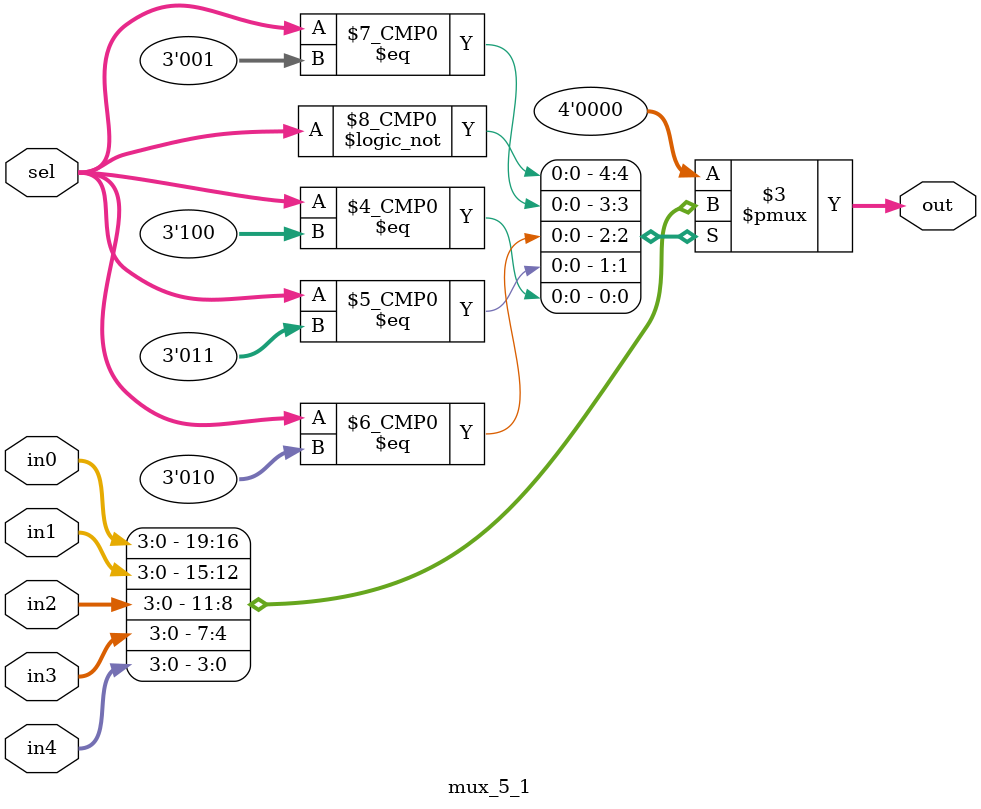
<source format=v>
`timescale 1ns/1ps

module mux_5_1(
    input [2:0] sel,  // 3-bit select input
    input [3:0] in0,  // 4-bit input 0
    input [3:0] in1,  // 4-bit input 1
    input [3:0] in2,  // 4-bit input 2
    input [3:0] in3,  // 4-bit input 3
    input [3:0] in4,  // 4-bit input 4
    output reg [3:0] out // 4-bit output
);

    // Always block to continuously evaluate the select inputs
    always @(*) begin
        case (sel)
            3'b000: out = in0; // If select is 000, output will be in0
            3'b001: out = in1; // If select is 001, output will be in1
            3'b010: out = in2; // If select is 010, output will be in2
            3'b011: out = in3; // If select is 011, output will be in3
            3'b100: out = in4; // If select is 100, output will be in4
            default: out = 4'b0000; // For any other select input, output is 0
        endcase
    end

endmodule

</source>
